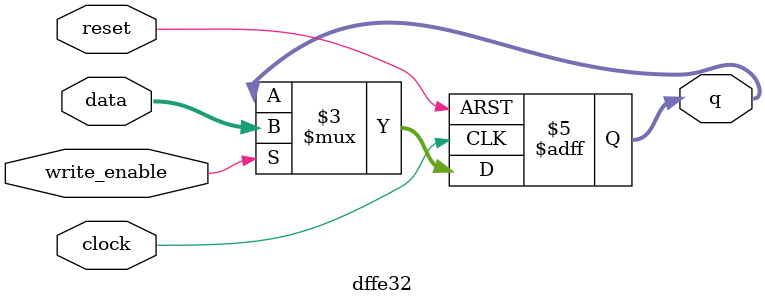
<source format=v>
`timescale 1ns / 1ps


module dffe32(data, clock, reset, write_enable, q);
    input [31:0] data;
    input clock, reset;
    input write_enable;
    output reg [31:0] q;
    
    
    always @ (posedge clock or negedge reset) begin
        if (!reset) begin
            q <= 0;
        end else if (write_enable) begin
            q <= data;
        end
    end
endmodule

</source>
